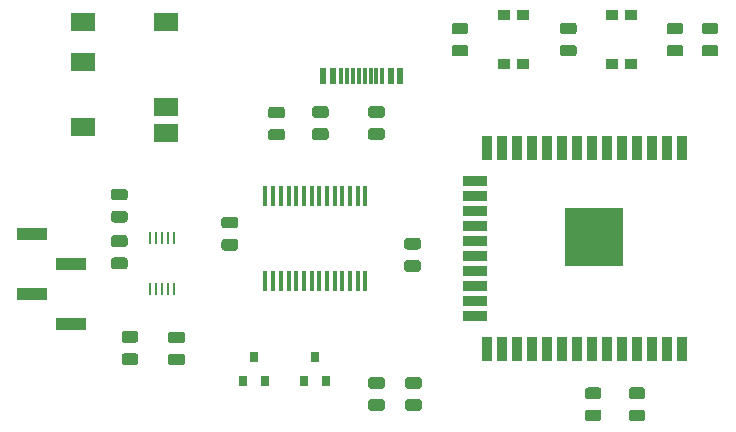
<source format=gbr>
G04 #@! TF.GenerationSoftware,KiCad,Pcbnew,(5.1.5)-3*
G04 #@! TF.CreationDate,2021-07-10T17:40:16+02:00*
G04 #@! TF.ProjectId,EnergyMonitor,456e6572-6779-44d6-9f6e-69746f722e6b,rev?*
G04 #@! TF.SameCoordinates,Original*
G04 #@! TF.FileFunction,Paste,Top*
G04 #@! TF.FilePolarity,Positive*
%FSLAX46Y46*%
G04 Gerber Fmt 4.6, Leading zero omitted, Abs format (unit mm)*
G04 Created by KiCad (PCBNEW (5.1.5)-3) date 2021-07-10 17:40:16*
%MOMM*%
%LPD*%
G04 APERTURE LIST*
%ADD10C,0.100000*%
%ADD11R,0.900000X2.000000*%
%ADD12R,2.000000X0.900000*%
%ADD13R,5.000000X5.000000*%
%ADD14R,1.000000X0.900000*%
%ADD15R,2.510000X1.000000*%
%ADD16R,0.600000X1.450000*%
%ADD17R,0.300000X1.450000*%
%ADD18R,0.450000X1.750000*%
%ADD19R,0.800000X0.900000*%
%ADD20R,2.000000X1.500000*%
%ADD21R,0.250000X1.100000*%
G04 APERTURE END LIST*
D10*
G36*
X166611382Y-73455374D02*
G01*
X166635043Y-73458884D01*
X166658247Y-73464696D01*
X166680769Y-73472754D01*
X166702393Y-73482982D01*
X166722910Y-73495279D01*
X166742123Y-73509529D01*
X166759847Y-73525593D01*
X166775911Y-73543317D01*
X166790161Y-73562530D01*
X166802458Y-73583047D01*
X166812686Y-73604671D01*
X166820744Y-73627193D01*
X166826556Y-73650397D01*
X166830066Y-73674058D01*
X166831240Y-73697950D01*
X166831240Y-74185450D01*
X166830066Y-74209342D01*
X166826556Y-74233003D01*
X166820744Y-74256207D01*
X166812686Y-74278729D01*
X166802458Y-74300353D01*
X166790161Y-74320870D01*
X166775911Y-74340083D01*
X166759847Y-74357807D01*
X166742123Y-74373871D01*
X166722910Y-74388121D01*
X166702393Y-74400418D01*
X166680769Y-74410646D01*
X166658247Y-74418704D01*
X166635043Y-74424516D01*
X166611382Y-74428026D01*
X166587490Y-74429200D01*
X165674990Y-74429200D01*
X165651098Y-74428026D01*
X165627437Y-74424516D01*
X165604233Y-74418704D01*
X165581711Y-74410646D01*
X165560087Y-74400418D01*
X165539570Y-74388121D01*
X165520357Y-74373871D01*
X165502633Y-74357807D01*
X165486569Y-74340083D01*
X165472319Y-74320870D01*
X165460022Y-74300353D01*
X165449794Y-74278729D01*
X165441736Y-74256207D01*
X165435924Y-74233003D01*
X165432414Y-74209342D01*
X165431240Y-74185450D01*
X165431240Y-73697950D01*
X165432414Y-73674058D01*
X165435924Y-73650397D01*
X165441736Y-73627193D01*
X165449794Y-73604671D01*
X165460022Y-73583047D01*
X165472319Y-73562530D01*
X165486569Y-73543317D01*
X165502633Y-73525593D01*
X165520357Y-73509529D01*
X165539570Y-73495279D01*
X165560087Y-73482982D01*
X165581711Y-73472754D01*
X165604233Y-73464696D01*
X165627437Y-73458884D01*
X165651098Y-73455374D01*
X165674990Y-73454200D01*
X166587490Y-73454200D01*
X166611382Y-73455374D01*
G37*
G36*
X166611382Y-75330374D02*
G01*
X166635043Y-75333884D01*
X166658247Y-75339696D01*
X166680769Y-75347754D01*
X166702393Y-75357982D01*
X166722910Y-75370279D01*
X166742123Y-75384529D01*
X166759847Y-75400593D01*
X166775911Y-75418317D01*
X166790161Y-75437530D01*
X166802458Y-75458047D01*
X166812686Y-75479671D01*
X166820744Y-75502193D01*
X166826556Y-75525397D01*
X166830066Y-75549058D01*
X166831240Y-75572950D01*
X166831240Y-76060450D01*
X166830066Y-76084342D01*
X166826556Y-76108003D01*
X166820744Y-76131207D01*
X166812686Y-76153729D01*
X166802458Y-76175353D01*
X166790161Y-76195870D01*
X166775911Y-76215083D01*
X166759847Y-76232807D01*
X166742123Y-76248871D01*
X166722910Y-76263121D01*
X166702393Y-76275418D01*
X166680769Y-76285646D01*
X166658247Y-76293704D01*
X166635043Y-76299516D01*
X166611382Y-76303026D01*
X166587490Y-76304200D01*
X165674990Y-76304200D01*
X165651098Y-76303026D01*
X165627437Y-76299516D01*
X165604233Y-76293704D01*
X165581711Y-76285646D01*
X165560087Y-76275418D01*
X165539570Y-76263121D01*
X165520357Y-76248871D01*
X165502633Y-76232807D01*
X165486569Y-76215083D01*
X165472319Y-76195870D01*
X165460022Y-76175353D01*
X165449794Y-76153729D01*
X165441736Y-76131207D01*
X165435924Y-76108003D01*
X165432414Y-76084342D01*
X165431240Y-76060450D01*
X165431240Y-75572950D01*
X165432414Y-75549058D01*
X165435924Y-75525397D01*
X165441736Y-75502193D01*
X165449794Y-75479671D01*
X165460022Y-75458047D01*
X165472319Y-75437530D01*
X165486569Y-75418317D01*
X165502633Y-75400593D01*
X165520357Y-75384529D01*
X165539570Y-75370279D01*
X165560087Y-75357982D01*
X165581711Y-75347754D01*
X165604233Y-75339696D01*
X165627437Y-75333884D01*
X165651098Y-75330374D01*
X165674990Y-75329200D01*
X166587490Y-75329200D01*
X166611382Y-75330374D01*
G37*
G36*
X162902982Y-73455374D02*
G01*
X162926643Y-73458884D01*
X162949847Y-73464696D01*
X162972369Y-73472754D01*
X162993993Y-73482982D01*
X163014510Y-73495279D01*
X163033723Y-73509529D01*
X163051447Y-73525593D01*
X163067511Y-73543317D01*
X163081761Y-73562530D01*
X163094058Y-73583047D01*
X163104286Y-73604671D01*
X163112344Y-73627193D01*
X163118156Y-73650397D01*
X163121666Y-73674058D01*
X163122840Y-73697950D01*
X163122840Y-74185450D01*
X163121666Y-74209342D01*
X163118156Y-74233003D01*
X163112344Y-74256207D01*
X163104286Y-74278729D01*
X163094058Y-74300353D01*
X163081761Y-74320870D01*
X163067511Y-74340083D01*
X163051447Y-74357807D01*
X163033723Y-74373871D01*
X163014510Y-74388121D01*
X162993993Y-74400418D01*
X162972369Y-74410646D01*
X162949847Y-74418704D01*
X162926643Y-74424516D01*
X162902982Y-74428026D01*
X162879090Y-74429200D01*
X161966590Y-74429200D01*
X161942698Y-74428026D01*
X161919037Y-74424516D01*
X161895833Y-74418704D01*
X161873311Y-74410646D01*
X161851687Y-74400418D01*
X161831170Y-74388121D01*
X161811957Y-74373871D01*
X161794233Y-74357807D01*
X161778169Y-74340083D01*
X161763919Y-74320870D01*
X161751622Y-74300353D01*
X161741394Y-74278729D01*
X161733336Y-74256207D01*
X161727524Y-74233003D01*
X161724014Y-74209342D01*
X161722840Y-74185450D01*
X161722840Y-73697950D01*
X161724014Y-73674058D01*
X161727524Y-73650397D01*
X161733336Y-73627193D01*
X161741394Y-73604671D01*
X161751622Y-73583047D01*
X161763919Y-73562530D01*
X161778169Y-73543317D01*
X161794233Y-73525593D01*
X161811957Y-73509529D01*
X161831170Y-73495279D01*
X161851687Y-73482982D01*
X161873311Y-73472754D01*
X161895833Y-73464696D01*
X161919037Y-73458884D01*
X161942698Y-73455374D01*
X161966590Y-73454200D01*
X162879090Y-73454200D01*
X162902982Y-73455374D01*
G37*
G36*
X162902982Y-75330374D02*
G01*
X162926643Y-75333884D01*
X162949847Y-75339696D01*
X162972369Y-75347754D01*
X162993993Y-75357982D01*
X163014510Y-75370279D01*
X163033723Y-75384529D01*
X163051447Y-75400593D01*
X163067511Y-75418317D01*
X163081761Y-75437530D01*
X163094058Y-75458047D01*
X163104286Y-75479671D01*
X163112344Y-75502193D01*
X163118156Y-75525397D01*
X163121666Y-75549058D01*
X163122840Y-75572950D01*
X163122840Y-76060450D01*
X163121666Y-76084342D01*
X163118156Y-76108003D01*
X163112344Y-76131207D01*
X163104286Y-76153729D01*
X163094058Y-76175353D01*
X163081761Y-76195870D01*
X163067511Y-76215083D01*
X163051447Y-76232807D01*
X163033723Y-76248871D01*
X163014510Y-76263121D01*
X162993993Y-76275418D01*
X162972369Y-76285646D01*
X162949847Y-76293704D01*
X162926643Y-76299516D01*
X162902982Y-76303026D01*
X162879090Y-76304200D01*
X161966590Y-76304200D01*
X161942698Y-76303026D01*
X161919037Y-76299516D01*
X161895833Y-76293704D01*
X161873311Y-76285646D01*
X161851687Y-76275418D01*
X161831170Y-76263121D01*
X161811957Y-76248871D01*
X161794233Y-76232807D01*
X161778169Y-76215083D01*
X161763919Y-76195870D01*
X161751622Y-76175353D01*
X161741394Y-76153729D01*
X161733336Y-76131207D01*
X161727524Y-76108003D01*
X161724014Y-76084342D01*
X161722840Y-76060450D01*
X161722840Y-75572950D01*
X161724014Y-75549058D01*
X161727524Y-75525397D01*
X161733336Y-75502193D01*
X161741394Y-75479671D01*
X161751622Y-75458047D01*
X161763919Y-75437530D01*
X161778169Y-75418317D01*
X161794233Y-75400593D01*
X161811957Y-75384529D01*
X161831170Y-75370279D01*
X161851687Y-75357982D01*
X161873311Y-75347754D01*
X161895833Y-75339696D01*
X161919037Y-75333884D01*
X161942698Y-75330374D01*
X161966590Y-75329200D01*
X162879090Y-75329200D01*
X162902982Y-75330374D01*
G37*
D11*
X169961560Y-70222000D03*
X168691560Y-70222000D03*
X167421560Y-70222000D03*
X166151560Y-70222000D03*
X164881560Y-70222000D03*
X163611560Y-70222000D03*
X162341560Y-70222000D03*
X161071560Y-70222000D03*
X159801560Y-70222000D03*
X158531560Y-70222000D03*
X157261560Y-70222000D03*
X155991560Y-70222000D03*
X154721560Y-70222000D03*
X153451560Y-70222000D03*
D12*
X152451560Y-67437000D03*
X152451560Y-66167000D03*
X152451560Y-64897000D03*
X152451560Y-63627000D03*
X152451560Y-62357000D03*
X152451560Y-61087000D03*
X152451560Y-59817000D03*
X152451560Y-58547000D03*
X152451560Y-57277000D03*
X152451560Y-56007000D03*
D11*
X153451560Y-53222000D03*
X154721560Y-53222000D03*
X155991560Y-53222000D03*
X157261560Y-53222000D03*
X158531560Y-53222000D03*
X159801560Y-53222000D03*
X161071560Y-53222000D03*
X162341560Y-53222000D03*
X163611560Y-53222000D03*
X164881560Y-53222000D03*
X166151560Y-53222000D03*
X167421560Y-53222000D03*
X168691560Y-53222000D03*
X169961560Y-53222000D03*
D13*
X162461560Y-60722000D03*
D14*
X165630760Y-41950000D03*
X164030760Y-41950000D03*
X165630760Y-46050000D03*
X164030760Y-46050000D03*
X156466440Y-41950000D03*
X154866440Y-41950000D03*
X156466440Y-46050000D03*
X154866440Y-46050000D03*
D15*
X118246080Y-68102480D03*
X118246080Y-63022480D03*
X114936080Y-65562480D03*
X114936080Y-60482480D03*
D16*
X139569120Y-47045000D03*
X140369120Y-47045000D03*
X145269120Y-47045000D03*
X146069120Y-47045000D03*
X146069120Y-47045000D03*
X145269120Y-47045000D03*
X140369120Y-47045000D03*
X139569120Y-47045000D03*
D17*
X144569120Y-47045000D03*
X144069120Y-47045000D03*
X143569120Y-47045000D03*
X142569120Y-47045000D03*
X142069120Y-47045000D03*
X141569120Y-47045000D03*
X141069120Y-47045000D03*
X143069120Y-47045000D03*
D18*
X134672360Y-57278720D03*
X135322360Y-57278720D03*
X135972360Y-57278720D03*
X136622360Y-57278720D03*
X137272360Y-57278720D03*
X137922360Y-57278720D03*
X138572360Y-57278720D03*
X139222360Y-57278720D03*
X139872360Y-57278720D03*
X140522360Y-57278720D03*
X141172360Y-57278720D03*
X141822360Y-57278720D03*
X142472360Y-57278720D03*
X143122360Y-57278720D03*
X143122360Y-64478720D03*
X142472360Y-64478720D03*
X141822360Y-64478720D03*
X141172360Y-64478720D03*
X140522360Y-64478720D03*
X139872360Y-64478720D03*
X139222360Y-64478720D03*
X138572360Y-64478720D03*
X137922360Y-64478720D03*
X137272360Y-64478720D03*
X136622360Y-64478720D03*
X135972360Y-64478720D03*
X135322360Y-64478720D03*
X134672360Y-64478720D03*
D10*
G36*
X147683302Y-74451534D02*
G01*
X147706963Y-74455044D01*
X147730167Y-74460856D01*
X147752689Y-74468914D01*
X147774313Y-74479142D01*
X147794830Y-74491439D01*
X147814043Y-74505689D01*
X147831767Y-74521753D01*
X147847831Y-74539477D01*
X147862081Y-74558690D01*
X147874378Y-74579207D01*
X147884606Y-74600831D01*
X147892664Y-74623353D01*
X147898476Y-74646557D01*
X147901986Y-74670218D01*
X147903160Y-74694110D01*
X147903160Y-75181610D01*
X147901986Y-75205502D01*
X147898476Y-75229163D01*
X147892664Y-75252367D01*
X147884606Y-75274889D01*
X147874378Y-75296513D01*
X147862081Y-75317030D01*
X147847831Y-75336243D01*
X147831767Y-75353967D01*
X147814043Y-75370031D01*
X147794830Y-75384281D01*
X147774313Y-75396578D01*
X147752689Y-75406806D01*
X147730167Y-75414864D01*
X147706963Y-75420676D01*
X147683302Y-75424186D01*
X147659410Y-75425360D01*
X146746910Y-75425360D01*
X146723018Y-75424186D01*
X146699357Y-75420676D01*
X146676153Y-75414864D01*
X146653631Y-75406806D01*
X146632007Y-75396578D01*
X146611490Y-75384281D01*
X146592277Y-75370031D01*
X146574553Y-75353967D01*
X146558489Y-75336243D01*
X146544239Y-75317030D01*
X146531942Y-75296513D01*
X146521714Y-75274889D01*
X146513656Y-75252367D01*
X146507844Y-75229163D01*
X146504334Y-75205502D01*
X146503160Y-75181610D01*
X146503160Y-74694110D01*
X146504334Y-74670218D01*
X146507844Y-74646557D01*
X146513656Y-74623353D01*
X146521714Y-74600831D01*
X146531942Y-74579207D01*
X146544239Y-74558690D01*
X146558489Y-74539477D01*
X146574553Y-74521753D01*
X146592277Y-74505689D01*
X146611490Y-74491439D01*
X146632007Y-74479142D01*
X146653631Y-74468914D01*
X146676153Y-74460856D01*
X146699357Y-74455044D01*
X146723018Y-74451534D01*
X146746910Y-74450360D01*
X147659410Y-74450360D01*
X147683302Y-74451534D01*
G37*
G36*
X147683302Y-72576534D02*
G01*
X147706963Y-72580044D01*
X147730167Y-72585856D01*
X147752689Y-72593914D01*
X147774313Y-72604142D01*
X147794830Y-72616439D01*
X147814043Y-72630689D01*
X147831767Y-72646753D01*
X147847831Y-72664477D01*
X147862081Y-72683690D01*
X147874378Y-72704207D01*
X147884606Y-72725831D01*
X147892664Y-72748353D01*
X147898476Y-72771557D01*
X147901986Y-72795218D01*
X147903160Y-72819110D01*
X147903160Y-73306610D01*
X147901986Y-73330502D01*
X147898476Y-73354163D01*
X147892664Y-73377367D01*
X147884606Y-73399889D01*
X147874378Y-73421513D01*
X147862081Y-73442030D01*
X147847831Y-73461243D01*
X147831767Y-73478967D01*
X147814043Y-73495031D01*
X147794830Y-73509281D01*
X147774313Y-73521578D01*
X147752689Y-73531806D01*
X147730167Y-73539864D01*
X147706963Y-73545676D01*
X147683302Y-73549186D01*
X147659410Y-73550360D01*
X146746910Y-73550360D01*
X146723018Y-73549186D01*
X146699357Y-73545676D01*
X146676153Y-73539864D01*
X146653631Y-73531806D01*
X146632007Y-73521578D01*
X146611490Y-73509281D01*
X146592277Y-73495031D01*
X146574553Y-73478967D01*
X146558489Y-73461243D01*
X146544239Y-73442030D01*
X146531942Y-73421513D01*
X146521714Y-73399889D01*
X146513656Y-73377367D01*
X146507844Y-73354163D01*
X146504334Y-73330502D01*
X146503160Y-73306610D01*
X146503160Y-72819110D01*
X146504334Y-72795218D01*
X146507844Y-72771557D01*
X146513656Y-72748353D01*
X146521714Y-72725831D01*
X146531942Y-72704207D01*
X146544239Y-72683690D01*
X146558489Y-72664477D01*
X146574553Y-72646753D01*
X146592277Y-72630689D01*
X146611490Y-72616439D01*
X146632007Y-72604142D01*
X146653631Y-72593914D01*
X146676153Y-72585856D01*
X146699357Y-72580044D01*
X146723018Y-72576534D01*
X146746910Y-72575360D01*
X147659410Y-72575360D01*
X147683302Y-72576534D01*
G37*
G36*
X144548942Y-74451534D02*
G01*
X144572603Y-74455044D01*
X144595807Y-74460856D01*
X144618329Y-74468914D01*
X144639953Y-74479142D01*
X144660470Y-74491439D01*
X144679683Y-74505689D01*
X144697407Y-74521753D01*
X144713471Y-74539477D01*
X144727721Y-74558690D01*
X144740018Y-74579207D01*
X144750246Y-74600831D01*
X144758304Y-74623353D01*
X144764116Y-74646557D01*
X144767626Y-74670218D01*
X144768800Y-74694110D01*
X144768800Y-75181610D01*
X144767626Y-75205502D01*
X144764116Y-75229163D01*
X144758304Y-75252367D01*
X144750246Y-75274889D01*
X144740018Y-75296513D01*
X144727721Y-75317030D01*
X144713471Y-75336243D01*
X144697407Y-75353967D01*
X144679683Y-75370031D01*
X144660470Y-75384281D01*
X144639953Y-75396578D01*
X144618329Y-75406806D01*
X144595807Y-75414864D01*
X144572603Y-75420676D01*
X144548942Y-75424186D01*
X144525050Y-75425360D01*
X143612550Y-75425360D01*
X143588658Y-75424186D01*
X143564997Y-75420676D01*
X143541793Y-75414864D01*
X143519271Y-75406806D01*
X143497647Y-75396578D01*
X143477130Y-75384281D01*
X143457917Y-75370031D01*
X143440193Y-75353967D01*
X143424129Y-75336243D01*
X143409879Y-75317030D01*
X143397582Y-75296513D01*
X143387354Y-75274889D01*
X143379296Y-75252367D01*
X143373484Y-75229163D01*
X143369974Y-75205502D01*
X143368800Y-75181610D01*
X143368800Y-74694110D01*
X143369974Y-74670218D01*
X143373484Y-74646557D01*
X143379296Y-74623353D01*
X143387354Y-74600831D01*
X143397582Y-74579207D01*
X143409879Y-74558690D01*
X143424129Y-74539477D01*
X143440193Y-74521753D01*
X143457917Y-74505689D01*
X143477130Y-74491439D01*
X143497647Y-74479142D01*
X143519271Y-74468914D01*
X143541793Y-74460856D01*
X143564997Y-74455044D01*
X143588658Y-74451534D01*
X143612550Y-74450360D01*
X144525050Y-74450360D01*
X144548942Y-74451534D01*
G37*
G36*
X144548942Y-72576534D02*
G01*
X144572603Y-72580044D01*
X144595807Y-72585856D01*
X144618329Y-72593914D01*
X144639953Y-72604142D01*
X144660470Y-72616439D01*
X144679683Y-72630689D01*
X144697407Y-72646753D01*
X144713471Y-72664477D01*
X144727721Y-72683690D01*
X144740018Y-72704207D01*
X144750246Y-72725831D01*
X144758304Y-72748353D01*
X144764116Y-72771557D01*
X144767626Y-72795218D01*
X144768800Y-72819110D01*
X144768800Y-73306610D01*
X144767626Y-73330502D01*
X144764116Y-73354163D01*
X144758304Y-73377367D01*
X144750246Y-73399889D01*
X144740018Y-73421513D01*
X144727721Y-73442030D01*
X144713471Y-73461243D01*
X144697407Y-73478967D01*
X144679683Y-73495031D01*
X144660470Y-73509281D01*
X144639953Y-73521578D01*
X144618329Y-73531806D01*
X144595807Y-73539864D01*
X144572603Y-73545676D01*
X144548942Y-73549186D01*
X144525050Y-73550360D01*
X143612550Y-73550360D01*
X143588658Y-73549186D01*
X143564997Y-73545676D01*
X143541793Y-73539864D01*
X143519271Y-73531806D01*
X143497647Y-73521578D01*
X143477130Y-73509281D01*
X143457917Y-73495031D01*
X143440193Y-73478967D01*
X143424129Y-73461243D01*
X143409879Y-73442030D01*
X143397582Y-73421513D01*
X143387354Y-73399889D01*
X143379296Y-73377367D01*
X143373484Y-73354163D01*
X143369974Y-73330502D01*
X143368800Y-73306610D01*
X143368800Y-72819110D01*
X143369974Y-72795218D01*
X143373484Y-72771557D01*
X143379296Y-72748353D01*
X143387354Y-72725831D01*
X143397582Y-72704207D01*
X143409879Y-72683690D01*
X143424129Y-72664477D01*
X143440193Y-72646753D01*
X143457917Y-72630689D01*
X143477130Y-72616439D01*
X143497647Y-72604142D01*
X143519271Y-72593914D01*
X143541793Y-72585856D01*
X143564997Y-72580044D01*
X143588658Y-72576534D01*
X143612550Y-72575360D01*
X144525050Y-72575360D01*
X144548942Y-72576534D01*
G37*
G36*
X151615222Y-42576174D02*
G01*
X151638883Y-42579684D01*
X151662087Y-42585496D01*
X151684609Y-42593554D01*
X151706233Y-42603782D01*
X151726750Y-42616079D01*
X151745963Y-42630329D01*
X151763687Y-42646393D01*
X151779751Y-42664117D01*
X151794001Y-42683330D01*
X151806298Y-42703847D01*
X151816526Y-42725471D01*
X151824584Y-42747993D01*
X151830396Y-42771197D01*
X151833906Y-42794858D01*
X151835080Y-42818750D01*
X151835080Y-43306250D01*
X151833906Y-43330142D01*
X151830396Y-43353803D01*
X151824584Y-43377007D01*
X151816526Y-43399529D01*
X151806298Y-43421153D01*
X151794001Y-43441670D01*
X151779751Y-43460883D01*
X151763687Y-43478607D01*
X151745963Y-43494671D01*
X151726750Y-43508921D01*
X151706233Y-43521218D01*
X151684609Y-43531446D01*
X151662087Y-43539504D01*
X151638883Y-43545316D01*
X151615222Y-43548826D01*
X151591330Y-43550000D01*
X150678830Y-43550000D01*
X150654938Y-43548826D01*
X150631277Y-43545316D01*
X150608073Y-43539504D01*
X150585551Y-43531446D01*
X150563927Y-43521218D01*
X150543410Y-43508921D01*
X150524197Y-43494671D01*
X150506473Y-43478607D01*
X150490409Y-43460883D01*
X150476159Y-43441670D01*
X150463862Y-43421153D01*
X150453634Y-43399529D01*
X150445576Y-43377007D01*
X150439764Y-43353803D01*
X150436254Y-43330142D01*
X150435080Y-43306250D01*
X150435080Y-42818750D01*
X150436254Y-42794858D01*
X150439764Y-42771197D01*
X150445576Y-42747993D01*
X150453634Y-42725471D01*
X150463862Y-42703847D01*
X150476159Y-42683330D01*
X150490409Y-42664117D01*
X150506473Y-42646393D01*
X150524197Y-42630329D01*
X150543410Y-42616079D01*
X150563927Y-42603782D01*
X150585551Y-42593554D01*
X150608073Y-42585496D01*
X150631277Y-42579684D01*
X150654938Y-42576174D01*
X150678830Y-42575000D01*
X151591330Y-42575000D01*
X151615222Y-42576174D01*
G37*
G36*
X151615222Y-44451174D02*
G01*
X151638883Y-44454684D01*
X151662087Y-44460496D01*
X151684609Y-44468554D01*
X151706233Y-44478782D01*
X151726750Y-44491079D01*
X151745963Y-44505329D01*
X151763687Y-44521393D01*
X151779751Y-44539117D01*
X151794001Y-44558330D01*
X151806298Y-44578847D01*
X151816526Y-44600471D01*
X151824584Y-44622993D01*
X151830396Y-44646197D01*
X151833906Y-44669858D01*
X151835080Y-44693750D01*
X151835080Y-45181250D01*
X151833906Y-45205142D01*
X151830396Y-45228803D01*
X151824584Y-45252007D01*
X151816526Y-45274529D01*
X151806298Y-45296153D01*
X151794001Y-45316670D01*
X151779751Y-45335883D01*
X151763687Y-45353607D01*
X151745963Y-45369671D01*
X151726750Y-45383921D01*
X151706233Y-45396218D01*
X151684609Y-45406446D01*
X151662087Y-45414504D01*
X151638883Y-45420316D01*
X151615222Y-45423826D01*
X151591330Y-45425000D01*
X150678830Y-45425000D01*
X150654938Y-45423826D01*
X150631277Y-45420316D01*
X150608073Y-45414504D01*
X150585551Y-45406446D01*
X150563927Y-45396218D01*
X150543410Y-45383921D01*
X150524197Y-45369671D01*
X150506473Y-45353607D01*
X150490409Y-45335883D01*
X150476159Y-45316670D01*
X150463862Y-45296153D01*
X150453634Y-45274529D01*
X150445576Y-45252007D01*
X150439764Y-45228803D01*
X150436254Y-45205142D01*
X150435080Y-45181250D01*
X150435080Y-44693750D01*
X150436254Y-44669858D01*
X150439764Y-44646197D01*
X150445576Y-44622993D01*
X150453634Y-44600471D01*
X150463862Y-44578847D01*
X150476159Y-44558330D01*
X150490409Y-44539117D01*
X150506473Y-44521393D01*
X150524197Y-44505329D01*
X150543410Y-44491079D01*
X150563927Y-44478782D01*
X150585551Y-44468554D01*
X150608073Y-44460496D01*
X150631277Y-44454684D01*
X150654938Y-44451174D01*
X150678830Y-44450000D01*
X151591330Y-44450000D01*
X151615222Y-44451174D01*
G37*
G36*
X160794782Y-42576174D02*
G01*
X160818443Y-42579684D01*
X160841647Y-42585496D01*
X160864169Y-42593554D01*
X160885793Y-42603782D01*
X160906310Y-42616079D01*
X160925523Y-42630329D01*
X160943247Y-42646393D01*
X160959311Y-42664117D01*
X160973561Y-42683330D01*
X160985858Y-42703847D01*
X160996086Y-42725471D01*
X161004144Y-42747993D01*
X161009956Y-42771197D01*
X161013466Y-42794858D01*
X161014640Y-42818750D01*
X161014640Y-43306250D01*
X161013466Y-43330142D01*
X161009956Y-43353803D01*
X161004144Y-43377007D01*
X160996086Y-43399529D01*
X160985858Y-43421153D01*
X160973561Y-43441670D01*
X160959311Y-43460883D01*
X160943247Y-43478607D01*
X160925523Y-43494671D01*
X160906310Y-43508921D01*
X160885793Y-43521218D01*
X160864169Y-43531446D01*
X160841647Y-43539504D01*
X160818443Y-43545316D01*
X160794782Y-43548826D01*
X160770890Y-43550000D01*
X159858390Y-43550000D01*
X159834498Y-43548826D01*
X159810837Y-43545316D01*
X159787633Y-43539504D01*
X159765111Y-43531446D01*
X159743487Y-43521218D01*
X159722970Y-43508921D01*
X159703757Y-43494671D01*
X159686033Y-43478607D01*
X159669969Y-43460883D01*
X159655719Y-43441670D01*
X159643422Y-43421153D01*
X159633194Y-43399529D01*
X159625136Y-43377007D01*
X159619324Y-43353803D01*
X159615814Y-43330142D01*
X159614640Y-43306250D01*
X159614640Y-42818750D01*
X159615814Y-42794858D01*
X159619324Y-42771197D01*
X159625136Y-42747993D01*
X159633194Y-42725471D01*
X159643422Y-42703847D01*
X159655719Y-42683330D01*
X159669969Y-42664117D01*
X159686033Y-42646393D01*
X159703757Y-42630329D01*
X159722970Y-42616079D01*
X159743487Y-42603782D01*
X159765111Y-42593554D01*
X159787633Y-42585496D01*
X159810837Y-42579684D01*
X159834498Y-42576174D01*
X159858390Y-42575000D01*
X160770890Y-42575000D01*
X160794782Y-42576174D01*
G37*
G36*
X160794782Y-44451174D02*
G01*
X160818443Y-44454684D01*
X160841647Y-44460496D01*
X160864169Y-44468554D01*
X160885793Y-44478782D01*
X160906310Y-44491079D01*
X160925523Y-44505329D01*
X160943247Y-44521393D01*
X160959311Y-44539117D01*
X160973561Y-44558330D01*
X160985858Y-44578847D01*
X160996086Y-44600471D01*
X161004144Y-44622993D01*
X161009956Y-44646197D01*
X161013466Y-44669858D01*
X161014640Y-44693750D01*
X161014640Y-45181250D01*
X161013466Y-45205142D01*
X161009956Y-45228803D01*
X161004144Y-45252007D01*
X160996086Y-45274529D01*
X160985858Y-45296153D01*
X160973561Y-45316670D01*
X160959311Y-45335883D01*
X160943247Y-45353607D01*
X160925523Y-45369671D01*
X160906310Y-45383921D01*
X160885793Y-45396218D01*
X160864169Y-45406446D01*
X160841647Y-45414504D01*
X160818443Y-45420316D01*
X160794782Y-45423826D01*
X160770890Y-45425000D01*
X159858390Y-45425000D01*
X159834498Y-45423826D01*
X159810837Y-45420316D01*
X159787633Y-45414504D01*
X159765111Y-45406446D01*
X159743487Y-45396218D01*
X159722970Y-45383921D01*
X159703757Y-45369671D01*
X159686033Y-45353607D01*
X159669969Y-45335883D01*
X159655719Y-45316670D01*
X159643422Y-45296153D01*
X159633194Y-45274529D01*
X159625136Y-45252007D01*
X159619324Y-45228803D01*
X159615814Y-45205142D01*
X159614640Y-45181250D01*
X159614640Y-44693750D01*
X159615814Y-44669858D01*
X159619324Y-44646197D01*
X159625136Y-44622993D01*
X159633194Y-44600471D01*
X159643422Y-44578847D01*
X159655719Y-44558330D01*
X159669969Y-44539117D01*
X159686033Y-44521393D01*
X159703757Y-44505329D01*
X159722970Y-44491079D01*
X159743487Y-44478782D01*
X159765111Y-44468554D01*
X159787633Y-44460496D01*
X159810837Y-44454684D01*
X159834498Y-44451174D01*
X159858390Y-44450000D01*
X160770890Y-44450000D01*
X160794782Y-44451174D01*
G37*
G36*
X144543862Y-51515334D02*
G01*
X144567523Y-51518844D01*
X144590727Y-51524656D01*
X144613249Y-51532714D01*
X144634873Y-51542942D01*
X144655390Y-51555239D01*
X144674603Y-51569489D01*
X144692327Y-51585553D01*
X144708391Y-51603277D01*
X144722641Y-51622490D01*
X144734938Y-51643007D01*
X144745166Y-51664631D01*
X144753224Y-51687153D01*
X144759036Y-51710357D01*
X144762546Y-51734018D01*
X144763720Y-51757910D01*
X144763720Y-52245410D01*
X144762546Y-52269302D01*
X144759036Y-52292963D01*
X144753224Y-52316167D01*
X144745166Y-52338689D01*
X144734938Y-52360313D01*
X144722641Y-52380830D01*
X144708391Y-52400043D01*
X144692327Y-52417767D01*
X144674603Y-52433831D01*
X144655390Y-52448081D01*
X144634873Y-52460378D01*
X144613249Y-52470606D01*
X144590727Y-52478664D01*
X144567523Y-52484476D01*
X144543862Y-52487986D01*
X144519970Y-52489160D01*
X143607470Y-52489160D01*
X143583578Y-52487986D01*
X143559917Y-52484476D01*
X143536713Y-52478664D01*
X143514191Y-52470606D01*
X143492567Y-52460378D01*
X143472050Y-52448081D01*
X143452837Y-52433831D01*
X143435113Y-52417767D01*
X143419049Y-52400043D01*
X143404799Y-52380830D01*
X143392502Y-52360313D01*
X143382274Y-52338689D01*
X143374216Y-52316167D01*
X143368404Y-52292963D01*
X143364894Y-52269302D01*
X143363720Y-52245410D01*
X143363720Y-51757910D01*
X143364894Y-51734018D01*
X143368404Y-51710357D01*
X143374216Y-51687153D01*
X143382274Y-51664631D01*
X143392502Y-51643007D01*
X143404799Y-51622490D01*
X143419049Y-51603277D01*
X143435113Y-51585553D01*
X143452837Y-51569489D01*
X143472050Y-51555239D01*
X143492567Y-51542942D01*
X143514191Y-51532714D01*
X143536713Y-51524656D01*
X143559917Y-51518844D01*
X143583578Y-51515334D01*
X143607470Y-51514160D01*
X144519970Y-51514160D01*
X144543862Y-51515334D01*
G37*
G36*
X144543862Y-49640334D02*
G01*
X144567523Y-49643844D01*
X144590727Y-49649656D01*
X144613249Y-49657714D01*
X144634873Y-49667942D01*
X144655390Y-49680239D01*
X144674603Y-49694489D01*
X144692327Y-49710553D01*
X144708391Y-49728277D01*
X144722641Y-49747490D01*
X144734938Y-49768007D01*
X144745166Y-49789631D01*
X144753224Y-49812153D01*
X144759036Y-49835357D01*
X144762546Y-49859018D01*
X144763720Y-49882910D01*
X144763720Y-50370410D01*
X144762546Y-50394302D01*
X144759036Y-50417963D01*
X144753224Y-50441167D01*
X144745166Y-50463689D01*
X144734938Y-50485313D01*
X144722641Y-50505830D01*
X144708391Y-50525043D01*
X144692327Y-50542767D01*
X144674603Y-50558831D01*
X144655390Y-50573081D01*
X144634873Y-50585378D01*
X144613249Y-50595606D01*
X144590727Y-50603664D01*
X144567523Y-50609476D01*
X144543862Y-50612986D01*
X144519970Y-50614160D01*
X143607470Y-50614160D01*
X143583578Y-50612986D01*
X143559917Y-50609476D01*
X143536713Y-50603664D01*
X143514191Y-50595606D01*
X143492567Y-50585378D01*
X143472050Y-50573081D01*
X143452837Y-50558831D01*
X143435113Y-50542767D01*
X143419049Y-50525043D01*
X143404799Y-50505830D01*
X143392502Y-50485313D01*
X143382274Y-50463689D01*
X143374216Y-50441167D01*
X143368404Y-50417963D01*
X143364894Y-50394302D01*
X143363720Y-50370410D01*
X143363720Y-49882910D01*
X143364894Y-49859018D01*
X143368404Y-49835357D01*
X143374216Y-49812153D01*
X143382274Y-49789631D01*
X143392502Y-49768007D01*
X143404799Y-49747490D01*
X143419049Y-49728277D01*
X143435113Y-49710553D01*
X143452837Y-49694489D01*
X143472050Y-49680239D01*
X143492567Y-49667942D01*
X143514191Y-49657714D01*
X143536713Y-49649656D01*
X143559917Y-49643844D01*
X143583578Y-49640334D01*
X143607470Y-49639160D01*
X144519970Y-49639160D01*
X144543862Y-49640334D01*
G37*
G36*
X139794062Y-51517214D02*
G01*
X139817723Y-51520724D01*
X139840927Y-51526536D01*
X139863449Y-51534594D01*
X139885073Y-51544822D01*
X139905590Y-51557119D01*
X139924803Y-51571369D01*
X139942527Y-51587433D01*
X139958591Y-51605157D01*
X139972841Y-51624370D01*
X139985138Y-51644887D01*
X139995366Y-51666511D01*
X140003424Y-51689033D01*
X140009236Y-51712237D01*
X140012746Y-51735898D01*
X140013920Y-51759790D01*
X140013920Y-52247290D01*
X140012746Y-52271182D01*
X140009236Y-52294843D01*
X140003424Y-52318047D01*
X139995366Y-52340569D01*
X139985138Y-52362193D01*
X139972841Y-52382710D01*
X139958591Y-52401923D01*
X139942527Y-52419647D01*
X139924803Y-52435711D01*
X139905590Y-52449961D01*
X139885073Y-52462258D01*
X139863449Y-52472486D01*
X139840927Y-52480544D01*
X139817723Y-52486356D01*
X139794062Y-52489866D01*
X139770170Y-52491040D01*
X138857670Y-52491040D01*
X138833778Y-52489866D01*
X138810117Y-52486356D01*
X138786913Y-52480544D01*
X138764391Y-52472486D01*
X138742767Y-52462258D01*
X138722250Y-52449961D01*
X138703037Y-52435711D01*
X138685313Y-52419647D01*
X138669249Y-52401923D01*
X138654999Y-52382710D01*
X138642702Y-52362193D01*
X138632474Y-52340569D01*
X138624416Y-52318047D01*
X138618604Y-52294843D01*
X138615094Y-52271182D01*
X138613920Y-52247290D01*
X138613920Y-51759790D01*
X138615094Y-51735898D01*
X138618604Y-51712237D01*
X138624416Y-51689033D01*
X138632474Y-51666511D01*
X138642702Y-51644887D01*
X138654999Y-51624370D01*
X138669249Y-51605157D01*
X138685313Y-51587433D01*
X138703037Y-51571369D01*
X138722250Y-51557119D01*
X138742767Y-51544822D01*
X138764391Y-51534594D01*
X138786913Y-51526536D01*
X138810117Y-51520724D01*
X138833778Y-51517214D01*
X138857670Y-51516040D01*
X139770170Y-51516040D01*
X139794062Y-51517214D01*
G37*
G36*
X139794062Y-49642214D02*
G01*
X139817723Y-49645724D01*
X139840927Y-49651536D01*
X139863449Y-49659594D01*
X139885073Y-49669822D01*
X139905590Y-49682119D01*
X139924803Y-49696369D01*
X139942527Y-49712433D01*
X139958591Y-49730157D01*
X139972841Y-49749370D01*
X139985138Y-49769887D01*
X139995366Y-49791511D01*
X140003424Y-49814033D01*
X140009236Y-49837237D01*
X140012746Y-49860898D01*
X140013920Y-49884790D01*
X140013920Y-50372290D01*
X140012746Y-50396182D01*
X140009236Y-50419843D01*
X140003424Y-50443047D01*
X139995366Y-50465569D01*
X139985138Y-50487193D01*
X139972841Y-50507710D01*
X139958591Y-50526923D01*
X139942527Y-50544647D01*
X139924803Y-50560711D01*
X139905590Y-50574961D01*
X139885073Y-50587258D01*
X139863449Y-50597486D01*
X139840927Y-50605544D01*
X139817723Y-50611356D01*
X139794062Y-50614866D01*
X139770170Y-50616040D01*
X138857670Y-50616040D01*
X138833778Y-50614866D01*
X138810117Y-50611356D01*
X138786913Y-50605544D01*
X138764391Y-50597486D01*
X138742767Y-50587258D01*
X138722250Y-50574961D01*
X138703037Y-50560711D01*
X138685313Y-50544647D01*
X138669249Y-50526923D01*
X138654999Y-50507710D01*
X138642702Y-50487193D01*
X138632474Y-50465569D01*
X138624416Y-50443047D01*
X138618604Y-50419843D01*
X138615094Y-50396182D01*
X138613920Y-50372290D01*
X138613920Y-49884790D01*
X138615094Y-49860898D01*
X138618604Y-49837237D01*
X138624416Y-49814033D01*
X138632474Y-49791511D01*
X138642702Y-49769887D01*
X138654999Y-49749370D01*
X138669249Y-49730157D01*
X138685313Y-49712433D01*
X138703037Y-49696369D01*
X138722250Y-49682119D01*
X138742767Y-49669822D01*
X138764391Y-49659594D01*
X138786913Y-49651536D01*
X138810117Y-49645724D01*
X138833778Y-49642214D01*
X138857670Y-49641040D01*
X139770170Y-49641040D01*
X139794062Y-49642214D01*
G37*
D19*
X138846560Y-70892160D03*
X139796560Y-72892160D03*
X137896560Y-72892160D03*
X133710680Y-70892160D03*
X134660680Y-72892160D03*
X132760680Y-72892160D03*
D10*
G36*
X136090742Y-49696214D02*
G01*
X136114403Y-49699724D01*
X136137607Y-49705536D01*
X136160129Y-49713594D01*
X136181753Y-49723822D01*
X136202270Y-49736119D01*
X136221483Y-49750369D01*
X136239207Y-49766433D01*
X136255271Y-49784157D01*
X136269521Y-49803370D01*
X136281818Y-49823887D01*
X136292046Y-49845511D01*
X136300104Y-49868033D01*
X136305916Y-49891237D01*
X136309426Y-49914898D01*
X136310600Y-49938790D01*
X136310600Y-50426290D01*
X136309426Y-50450182D01*
X136305916Y-50473843D01*
X136300104Y-50497047D01*
X136292046Y-50519569D01*
X136281818Y-50541193D01*
X136269521Y-50561710D01*
X136255271Y-50580923D01*
X136239207Y-50598647D01*
X136221483Y-50614711D01*
X136202270Y-50628961D01*
X136181753Y-50641258D01*
X136160129Y-50651486D01*
X136137607Y-50659544D01*
X136114403Y-50665356D01*
X136090742Y-50668866D01*
X136066850Y-50670040D01*
X135154350Y-50670040D01*
X135130458Y-50668866D01*
X135106797Y-50665356D01*
X135083593Y-50659544D01*
X135061071Y-50651486D01*
X135039447Y-50641258D01*
X135018930Y-50628961D01*
X134999717Y-50614711D01*
X134981993Y-50598647D01*
X134965929Y-50580923D01*
X134951679Y-50561710D01*
X134939382Y-50541193D01*
X134929154Y-50519569D01*
X134921096Y-50497047D01*
X134915284Y-50473843D01*
X134911774Y-50450182D01*
X134910600Y-50426290D01*
X134910600Y-49938790D01*
X134911774Y-49914898D01*
X134915284Y-49891237D01*
X134921096Y-49868033D01*
X134929154Y-49845511D01*
X134939382Y-49823887D01*
X134951679Y-49803370D01*
X134965929Y-49784157D01*
X134981993Y-49766433D01*
X134999717Y-49750369D01*
X135018930Y-49736119D01*
X135039447Y-49723822D01*
X135061071Y-49713594D01*
X135083593Y-49705536D01*
X135106797Y-49699724D01*
X135130458Y-49696214D01*
X135154350Y-49695040D01*
X136066850Y-49695040D01*
X136090742Y-49696214D01*
G37*
G36*
X136090742Y-51571214D02*
G01*
X136114403Y-51574724D01*
X136137607Y-51580536D01*
X136160129Y-51588594D01*
X136181753Y-51598822D01*
X136202270Y-51611119D01*
X136221483Y-51625369D01*
X136239207Y-51641433D01*
X136255271Y-51659157D01*
X136269521Y-51678370D01*
X136281818Y-51698887D01*
X136292046Y-51720511D01*
X136300104Y-51743033D01*
X136305916Y-51766237D01*
X136309426Y-51789898D01*
X136310600Y-51813790D01*
X136310600Y-52301290D01*
X136309426Y-52325182D01*
X136305916Y-52348843D01*
X136300104Y-52372047D01*
X136292046Y-52394569D01*
X136281818Y-52416193D01*
X136269521Y-52436710D01*
X136255271Y-52455923D01*
X136239207Y-52473647D01*
X136221483Y-52489711D01*
X136202270Y-52503961D01*
X136181753Y-52516258D01*
X136160129Y-52526486D01*
X136137607Y-52534544D01*
X136114403Y-52540356D01*
X136090742Y-52543866D01*
X136066850Y-52545040D01*
X135154350Y-52545040D01*
X135130458Y-52543866D01*
X135106797Y-52540356D01*
X135083593Y-52534544D01*
X135061071Y-52526486D01*
X135039447Y-52516258D01*
X135018930Y-52503961D01*
X134999717Y-52489711D01*
X134981993Y-52473647D01*
X134965929Y-52455923D01*
X134951679Y-52436710D01*
X134939382Y-52416193D01*
X134929154Y-52394569D01*
X134921096Y-52372047D01*
X134915284Y-52348843D01*
X134911774Y-52325182D01*
X134910600Y-52301290D01*
X134910600Y-51813790D01*
X134911774Y-51789898D01*
X134915284Y-51766237D01*
X134921096Y-51743033D01*
X134929154Y-51720511D01*
X134939382Y-51698887D01*
X134951679Y-51678370D01*
X134965929Y-51659157D01*
X134981993Y-51641433D01*
X134999717Y-51625369D01*
X135018930Y-51611119D01*
X135039447Y-51598822D01*
X135061071Y-51588594D01*
X135083593Y-51580536D01*
X135106797Y-51574724D01*
X135130458Y-51571214D01*
X135154350Y-51570040D01*
X136066850Y-51570040D01*
X136090742Y-51571214D01*
G37*
D20*
X126227720Y-42498280D03*
X126227720Y-49698280D03*
X126227720Y-51898280D03*
X119227720Y-42498280D03*
X119227720Y-45898280D03*
X119227720Y-51398280D03*
D21*
X126907800Y-65116600D03*
X126407800Y-65116600D03*
X125907800Y-65116600D03*
X125407800Y-65116600D03*
X124907800Y-65116600D03*
X124907800Y-60816600D03*
X125407800Y-60816600D03*
X125907800Y-60816600D03*
X126407800Y-60816600D03*
X126907800Y-60816600D03*
D10*
G36*
X147612182Y-62676094D02*
G01*
X147635843Y-62679604D01*
X147659047Y-62685416D01*
X147681569Y-62693474D01*
X147703193Y-62703702D01*
X147723710Y-62715999D01*
X147742923Y-62730249D01*
X147760647Y-62746313D01*
X147776711Y-62764037D01*
X147790961Y-62783250D01*
X147803258Y-62803767D01*
X147813486Y-62825391D01*
X147821544Y-62847913D01*
X147827356Y-62871117D01*
X147830866Y-62894778D01*
X147832040Y-62918670D01*
X147832040Y-63406170D01*
X147830866Y-63430062D01*
X147827356Y-63453723D01*
X147821544Y-63476927D01*
X147813486Y-63499449D01*
X147803258Y-63521073D01*
X147790961Y-63541590D01*
X147776711Y-63560803D01*
X147760647Y-63578527D01*
X147742923Y-63594591D01*
X147723710Y-63608841D01*
X147703193Y-63621138D01*
X147681569Y-63631366D01*
X147659047Y-63639424D01*
X147635843Y-63645236D01*
X147612182Y-63648746D01*
X147588290Y-63649920D01*
X146675790Y-63649920D01*
X146651898Y-63648746D01*
X146628237Y-63645236D01*
X146605033Y-63639424D01*
X146582511Y-63631366D01*
X146560887Y-63621138D01*
X146540370Y-63608841D01*
X146521157Y-63594591D01*
X146503433Y-63578527D01*
X146487369Y-63560803D01*
X146473119Y-63541590D01*
X146460822Y-63521073D01*
X146450594Y-63499449D01*
X146442536Y-63476927D01*
X146436724Y-63453723D01*
X146433214Y-63430062D01*
X146432040Y-63406170D01*
X146432040Y-62918670D01*
X146433214Y-62894778D01*
X146436724Y-62871117D01*
X146442536Y-62847913D01*
X146450594Y-62825391D01*
X146460822Y-62803767D01*
X146473119Y-62783250D01*
X146487369Y-62764037D01*
X146503433Y-62746313D01*
X146521157Y-62730249D01*
X146540370Y-62715999D01*
X146560887Y-62703702D01*
X146582511Y-62693474D01*
X146605033Y-62685416D01*
X146628237Y-62679604D01*
X146651898Y-62676094D01*
X146675790Y-62674920D01*
X147588290Y-62674920D01*
X147612182Y-62676094D01*
G37*
G36*
X147612182Y-60801094D02*
G01*
X147635843Y-60804604D01*
X147659047Y-60810416D01*
X147681569Y-60818474D01*
X147703193Y-60828702D01*
X147723710Y-60840999D01*
X147742923Y-60855249D01*
X147760647Y-60871313D01*
X147776711Y-60889037D01*
X147790961Y-60908250D01*
X147803258Y-60928767D01*
X147813486Y-60950391D01*
X147821544Y-60972913D01*
X147827356Y-60996117D01*
X147830866Y-61019778D01*
X147832040Y-61043670D01*
X147832040Y-61531170D01*
X147830866Y-61555062D01*
X147827356Y-61578723D01*
X147821544Y-61601927D01*
X147813486Y-61624449D01*
X147803258Y-61646073D01*
X147790961Y-61666590D01*
X147776711Y-61685803D01*
X147760647Y-61703527D01*
X147742923Y-61719591D01*
X147723710Y-61733841D01*
X147703193Y-61746138D01*
X147681569Y-61756366D01*
X147659047Y-61764424D01*
X147635843Y-61770236D01*
X147612182Y-61773746D01*
X147588290Y-61774920D01*
X146675790Y-61774920D01*
X146651898Y-61773746D01*
X146628237Y-61770236D01*
X146605033Y-61764424D01*
X146582511Y-61756366D01*
X146560887Y-61746138D01*
X146540370Y-61733841D01*
X146521157Y-61719591D01*
X146503433Y-61703527D01*
X146487369Y-61685803D01*
X146473119Y-61666590D01*
X146460822Y-61646073D01*
X146450594Y-61624449D01*
X146442536Y-61601927D01*
X146436724Y-61578723D01*
X146433214Y-61555062D01*
X146432040Y-61531170D01*
X146432040Y-61043670D01*
X146433214Y-61019778D01*
X146436724Y-60996117D01*
X146442536Y-60972913D01*
X146450594Y-60950391D01*
X146460822Y-60928767D01*
X146473119Y-60908250D01*
X146487369Y-60889037D01*
X146503433Y-60871313D01*
X146521157Y-60855249D01*
X146540370Y-60840999D01*
X146560887Y-60828702D01*
X146582511Y-60818474D01*
X146605033Y-60810416D01*
X146628237Y-60804604D01*
X146651898Y-60801094D01*
X146675790Y-60799920D01*
X147588290Y-60799920D01*
X147612182Y-60801094D01*
G37*
G36*
X123675222Y-70562554D02*
G01*
X123698883Y-70566064D01*
X123722087Y-70571876D01*
X123744609Y-70579934D01*
X123766233Y-70590162D01*
X123786750Y-70602459D01*
X123805963Y-70616709D01*
X123823687Y-70632773D01*
X123839751Y-70650497D01*
X123854001Y-70669710D01*
X123866298Y-70690227D01*
X123876526Y-70711851D01*
X123884584Y-70734373D01*
X123890396Y-70757577D01*
X123893906Y-70781238D01*
X123895080Y-70805130D01*
X123895080Y-71292630D01*
X123893906Y-71316522D01*
X123890396Y-71340183D01*
X123884584Y-71363387D01*
X123876526Y-71385909D01*
X123866298Y-71407533D01*
X123854001Y-71428050D01*
X123839751Y-71447263D01*
X123823687Y-71464987D01*
X123805963Y-71481051D01*
X123786750Y-71495301D01*
X123766233Y-71507598D01*
X123744609Y-71517826D01*
X123722087Y-71525884D01*
X123698883Y-71531696D01*
X123675222Y-71535206D01*
X123651330Y-71536380D01*
X122738830Y-71536380D01*
X122714938Y-71535206D01*
X122691277Y-71531696D01*
X122668073Y-71525884D01*
X122645551Y-71517826D01*
X122623927Y-71507598D01*
X122603410Y-71495301D01*
X122584197Y-71481051D01*
X122566473Y-71464987D01*
X122550409Y-71447263D01*
X122536159Y-71428050D01*
X122523862Y-71407533D01*
X122513634Y-71385909D01*
X122505576Y-71363387D01*
X122499764Y-71340183D01*
X122496254Y-71316522D01*
X122495080Y-71292630D01*
X122495080Y-70805130D01*
X122496254Y-70781238D01*
X122499764Y-70757577D01*
X122505576Y-70734373D01*
X122513634Y-70711851D01*
X122523862Y-70690227D01*
X122536159Y-70669710D01*
X122550409Y-70650497D01*
X122566473Y-70632773D01*
X122584197Y-70616709D01*
X122603410Y-70602459D01*
X122623927Y-70590162D01*
X122645551Y-70579934D01*
X122668073Y-70571876D01*
X122691277Y-70566064D01*
X122714938Y-70562554D01*
X122738830Y-70561380D01*
X123651330Y-70561380D01*
X123675222Y-70562554D01*
G37*
G36*
X123675222Y-68687554D02*
G01*
X123698883Y-68691064D01*
X123722087Y-68696876D01*
X123744609Y-68704934D01*
X123766233Y-68715162D01*
X123786750Y-68727459D01*
X123805963Y-68741709D01*
X123823687Y-68757773D01*
X123839751Y-68775497D01*
X123854001Y-68794710D01*
X123866298Y-68815227D01*
X123876526Y-68836851D01*
X123884584Y-68859373D01*
X123890396Y-68882577D01*
X123893906Y-68906238D01*
X123895080Y-68930130D01*
X123895080Y-69417630D01*
X123893906Y-69441522D01*
X123890396Y-69465183D01*
X123884584Y-69488387D01*
X123876526Y-69510909D01*
X123866298Y-69532533D01*
X123854001Y-69553050D01*
X123839751Y-69572263D01*
X123823687Y-69589987D01*
X123805963Y-69606051D01*
X123786750Y-69620301D01*
X123766233Y-69632598D01*
X123744609Y-69642826D01*
X123722087Y-69650884D01*
X123698883Y-69656696D01*
X123675222Y-69660206D01*
X123651330Y-69661380D01*
X122738830Y-69661380D01*
X122714938Y-69660206D01*
X122691277Y-69656696D01*
X122668073Y-69650884D01*
X122645551Y-69642826D01*
X122623927Y-69632598D01*
X122603410Y-69620301D01*
X122584197Y-69606051D01*
X122566473Y-69589987D01*
X122550409Y-69572263D01*
X122536159Y-69553050D01*
X122523862Y-69532533D01*
X122513634Y-69510909D01*
X122505576Y-69488387D01*
X122499764Y-69465183D01*
X122496254Y-69441522D01*
X122495080Y-69417630D01*
X122495080Y-68930130D01*
X122496254Y-68906238D01*
X122499764Y-68882577D01*
X122505576Y-68859373D01*
X122513634Y-68836851D01*
X122523862Y-68815227D01*
X122536159Y-68794710D01*
X122550409Y-68775497D01*
X122566473Y-68757773D01*
X122584197Y-68741709D01*
X122603410Y-68727459D01*
X122623927Y-68715162D01*
X122645551Y-68704934D01*
X122668073Y-68696876D01*
X122691277Y-68691064D01*
X122714938Y-68687554D01*
X122738830Y-68686380D01*
X123651330Y-68686380D01*
X123675222Y-68687554D01*
G37*
G36*
X127617302Y-68720814D02*
G01*
X127640963Y-68724324D01*
X127664167Y-68730136D01*
X127686689Y-68738194D01*
X127708313Y-68748422D01*
X127728830Y-68760719D01*
X127748043Y-68774969D01*
X127765767Y-68791033D01*
X127781831Y-68808757D01*
X127796081Y-68827970D01*
X127808378Y-68848487D01*
X127818606Y-68870111D01*
X127826664Y-68892633D01*
X127832476Y-68915837D01*
X127835986Y-68939498D01*
X127837160Y-68963390D01*
X127837160Y-69450890D01*
X127835986Y-69474782D01*
X127832476Y-69498443D01*
X127826664Y-69521647D01*
X127818606Y-69544169D01*
X127808378Y-69565793D01*
X127796081Y-69586310D01*
X127781831Y-69605523D01*
X127765767Y-69623247D01*
X127748043Y-69639311D01*
X127728830Y-69653561D01*
X127708313Y-69665858D01*
X127686689Y-69676086D01*
X127664167Y-69684144D01*
X127640963Y-69689956D01*
X127617302Y-69693466D01*
X127593410Y-69694640D01*
X126680910Y-69694640D01*
X126657018Y-69693466D01*
X126633357Y-69689956D01*
X126610153Y-69684144D01*
X126587631Y-69676086D01*
X126566007Y-69665858D01*
X126545490Y-69653561D01*
X126526277Y-69639311D01*
X126508553Y-69623247D01*
X126492489Y-69605523D01*
X126478239Y-69586310D01*
X126465942Y-69565793D01*
X126455714Y-69544169D01*
X126447656Y-69521647D01*
X126441844Y-69498443D01*
X126438334Y-69474782D01*
X126437160Y-69450890D01*
X126437160Y-68963390D01*
X126438334Y-68939498D01*
X126441844Y-68915837D01*
X126447656Y-68892633D01*
X126455714Y-68870111D01*
X126465942Y-68848487D01*
X126478239Y-68827970D01*
X126492489Y-68808757D01*
X126508553Y-68791033D01*
X126526277Y-68774969D01*
X126545490Y-68760719D01*
X126566007Y-68748422D01*
X126587631Y-68738194D01*
X126610153Y-68730136D01*
X126633357Y-68724324D01*
X126657018Y-68720814D01*
X126680910Y-68719640D01*
X127593410Y-68719640D01*
X127617302Y-68720814D01*
G37*
G36*
X127617302Y-70595814D02*
G01*
X127640963Y-70599324D01*
X127664167Y-70605136D01*
X127686689Y-70613194D01*
X127708313Y-70623422D01*
X127728830Y-70635719D01*
X127748043Y-70649969D01*
X127765767Y-70666033D01*
X127781831Y-70683757D01*
X127796081Y-70702970D01*
X127808378Y-70723487D01*
X127818606Y-70745111D01*
X127826664Y-70767633D01*
X127832476Y-70790837D01*
X127835986Y-70814498D01*
X127837160Y-70838390D01*
X127837160Y-71325890D01*
X127835986Y-71349782D01*
X127832476Y-71373443D01*
X127826664Y-71396647D01*
X127818606Y-71419169D01*
X127808378Y-71440793D01*
X127796081Y-71461310D01*
X127781831Y-71480523D01*
X127765767Y-71498247D01*
X127748043Y-71514311D01*
X127728830Y-71528561D01*
X127708313Y-71540858D01*
X127686689Y-71551086D01*
X127664167Y-71559144D01*
X127640963Y-71564956D01*
X127617302Y-71568466D01*
X127593410Y-71569640D01*
X126680910Y-71569640D01*
X126657018Y-71568466D01*
X126633357Y-71564956D01*
X126610153Y-71559144D01*
X126587631Y-71551086D01*
X126566007Y-71540858D01*
X126545490Y-71528561D01*
X126526277Y-71514311D01*
X126508553Y-71498247D01*
X126492489Y-71480523D01*
X126478239Y-71461310D01*
X126465942Y-71440793D01*
X126455714Y-71419169D01*
X126447656Y-71396647D01*
X126441844Y-71373443D01*
X126438334Y-71349782D01*
X126437160Y-71325890D01*
X126437160Y-70838390D01*
X126438334Y-70814498D01*
X126441844Y-70790837D01*
X126447656Y-70767633D01*
X126455714Y-70745111D01*
X126465942Y-70723487D01*
X126478239Y-70702970D01*
X126492489Y-70683757D01*
X126508553Y-70666033D01*
X126526277Y-70649969D01*
X126545490Y-70635719D01*
X126566007Y-70623422D01*
X126587631Y-70613194D01*
X126610153Y-70605136D01*
X126633357Y-70599324D01*
X126657018Y-70595814D01*
X126680910Y-70594640D01*
X127593410Y-70594640D01*
X127617302Y-70595814D01*
G37*
G36*
X172788662Y-42576174D02*
G01*
X172812323Y-42579684D01*
X172835527Y-42585496D01*
X172858049Y-42593554D01*
X172879673Y-42603782D01*
X172900190Y-42616079D01*
X172919403Y-42630329D01*
X172937127Y-42646393D01*
X172953191Y-42664117D01*
X172967441Y-42683330D01*
X172979738Y-42703847D01*
X172989966Y-42725471D01*
X172998024Y-42747993D01*
X173003836Y-42771197D01*
X173007346Y-42794858D01*
X173008520Y-42818750D01*
X173008520Y-43306250D01*
X173007346Y-43330142D01*
X173003836Y-43353803D01*
X172998024Y-43377007D01*
X172989966Y-43399529D01*
X172979738Y-43421153D01*
X172967441Y-43441670D01*
X172953191Y-43460883D01*
X172937127Y-43478607D01*
X172919403Y-43494671D01*
X172900190Y-43508921D01*
X172879673Y-43521218D01*
X172858049Y-43531446D01*
X172835527Y-43539504D01*
X172812323Y-43545316D01*
X172788662Y-43548826D01*
X172764770Y-43550000D01*
X171852270Y-43550000D01*
X171828378Y-43548826D01*
X171804717Y-43545316D01*
X171781513Y-43539504D01*
X171758991Y-43531446D01*
X171737367Y-43521218D01*
X171716850Y-43508921D01*
X171697637Y-43494671D01*
X171679913Y-43478607D01*
X171663849Y-43460883D01*
X171649599Y-43441670D01*
X171637302Y-43421153D01*
X171627074Y-43399529D01*
X171619016Y-43377007D01*
X171613204Y-43353803D01*
X171609694Y-43330142D01*
X171608520Y-43306250D01*
X171608520Y-42818750D01*
X171609694Y-42794858D01*
X171613204Y-42771197D01*
X171619016Y-42747993D01*
X171627074Y-42725471D01*
X171637302Y-42703847D01*
X171649599Y-42683330D01*
X171663849Y-42664117D01*
X171679913Y-42646393D01*
X171697637Y-42630329D01*
X171716850Y-42616079D01*
X171737367Y-42603782D01*
X171758991Y-42593554D01*
X171781513Y-42585496D01*
X171804717Y-42579684D01*
X171828378Y-42576174D01*
X171852270Y-42575000D01*
X172764770Y-42575000D01*
X172788662Y-42576174D01*
G37*
G36*
X172788662Y-44451174D02*
G01*
X172812323Y-44454684D01*
X172835527Y-44460496D01*
X172858049Y-44468554D01*
X172879673Y-44478782D01*
X172900190Y-44491079D01*
X172919403Y-44505329D01*
X172937127Y-44521393D01*
X172953191Y-44539117D01*
X172967441Y-44558330D01*
X172979738Y-44578847D01*
X172989966Y-44600471D01*
X172998024Y-44622993D01*
X173003836Y-44646197D01*
X173007346Y-44669858D01*
X173008520Y-44693750D01*
X173008520Y-45181250D01*
X173007346Y-45205142D01*
X173003836Y-45228803D01*
X172998024Y-45252007D01*
X172989966Y-45274529D01*
X172979738Y-45296153D01*
X172967441Y-45316670D01*
X172953191Y-45335883D01*
X172937127Y-45353607D01*
X172919403Y-45369671D01*
X172900190Y-45383921D01*
X172879673Y-45396218D01*
X172858049Y-45406446D01*
X172835527Y-45414504D01*
X172812323Y-45420316D01*
X172788662Y-45423826D01*
X172764770Y-45425000D01*
X171852270Y-45425000D01*
X171828378Y-45423826D01*
X171804717Y-45420316D01*
X171781513Y-45414504D01*
X171758991Y-45406446D01*
X171737367Y-45396218D01*
X171716850Y-45383921D01*
X171697637Y-45369671D01*
X171679913Y-45353607D01*
X171663849Y-45335883D01*
X171649599Y-45316670D01*
X171637302Y-45296153D01*
X171627074Y-45274529D01*
X171619016Y-45252007D01*
X171613204Y-45228803D01*
X171609694Y-45205142D01*
X171608520Y-45181250D01*
X171608520Y-44693750D01*
X171609694Y-44669858D01*
X171613204Y-44646197D01*
X171619016Y-44622993D01*
X171627074Y-44600471D01*
X171637302Y-44578847D01*
X171649599Y-44558330D01*
X171663849Y-44539117D01*
X171679913Y-44521393D01*
X171697637Y-44505329D01*
X171716850Y-44491079D01*
X171737367Y-44478782D01*
X171758991Y-44468554D01*
X171781513Y-44460496D01*
X171804717Y-44454684D01*
X171828378Y-44451174D01*
X171852270Y-44450000D01*
X172764770Y-44450000D01*
X172788662Y-44451174D01*
G37*
G36*
X169816862Y-42576174D02*
G01*
X169840523Y-42579684D01*
X169863727Y-42585496D01*
X169886249Y-42593554D01*
X169907873Y-42603782D01*
X169928390Y-42616079D01*
X169947603Y-42630329D01*
X169965327Y-42646393D01*
X169981391Y-42664117D01*
X169995641Y-42683330D01*
X170007938Y-42703847D01*
X170018166Y-42725471D01*
X170026224Y-42747993D01*
X170032036Y-42771197D01*
X170035546Y-42794858D01*
X170036720Y-42818750D01*
X170036720Y-43306250D01*
X170035546Y-43330142D01*
X170032036Y-43353803D01*
X170026224Y-43377007D01*
X170018166Y-43399529D01*
X170007938Y-43421153D01*
X169995641Y-43441670D01*
X169981391Y-43460883D01*
X169965327Y-43478607D01*
X169947603Y-43494671D01*
X169928390Y-43508921D01*
X169907873Y-43521218D01*
X169886249Y-43531446D01*
X169863727Y-43539504D01*
X169840523Y-43545316D01*
X169816862Y-43548826D01*
X169792970Y-43550000D01*
X168880470Y-43550000D01*
X168856578Y-43548826D01*
X168832917Y-43545316D01*
X168809713Y-43539504D01*
X168787191Y-43531446D01*
X168765567Y-43521218D01*
X168745050Y-43508921D01*
X168725837Y-43494671D01*
X168708113Y-43478607D01*
X168692049Y-43460883D01*
X168677799Y-43441670D01*
X168665502Y-43421153D01*
X168655274Y-43399529D01*
X168647216Y-43377007D01*
X168641404Y-43353803D01*
X168637894Y-43330142D01*
X168636720Y-43306250D01*
X168636720Y-42818750D01*
X168637894Y-42794858D01*
X168641404Y-42771197D01*
X168647216Y-42747993D01*
X168655274Y-42725471D01*
X168665502Y-42703847D01*
X168677799Y-42683330D01*
X168692049Y-42664117D01*
X168708113Y-42646393D01*
X168725837Y-42630329D01*
X168745050Y-42616079D01*
X168765567Y-42603782D01*
X168787191Y-42593554D01*
X168809713Y-42585496D01*
X168832917Y-42579684D01*
X168856578Y-42576174D01*
X168880470Y-42575000D01*
X169792970Y-42575000D01*
X169816862Y-42576174D01*
G37*
G36*
X169816862Y-44451174D02*
G01*
X169840523Y-44454684D01*
X169863727Y-44460496D01*
X169886249Y-44468554D01*
X169907873Y-44478782D01*
X169928390Y-44491079D01*
X169947603Y-44505329D01*
X169965327Y-44521393D01*
X169981391Y-44539117D01*
X169995641Y-44558330D01*
X170007938Y-44578847D01*
X170018166Y-44600471D01*
X170026224Y-44622993D01*
X170032036Y-44646197D01*
X170035546Y-44669858D01*
X170036720Y-44693750D01*
X170036720Y-45181250D01*
X170035546Y-45205142D01*
X170032036Y-45228803D01*
X170026224Y-45252007D01*
X170018166Y-45274529D01*
X170007938Y-45296153D01*
X169995641Y-45316670D01*
X169981391Y-45335883D01*
X169965327Y-45353607D01*
X169947603Y-45369671D01*
X169928390Y-45383921D01*
X169907873Y-45396218D01*
X169886249Y-45406446D01*
X169863727Y-45414504D01*
X169840523Y-45420316D01*
X169816862Y-45423826D01*
X169792970Y-45425000D01*
X168880470Y-45425000D01*
X168856578Y-45423826D01*
X168832917Y-45420316D01*
X168809713Y-45414504D01*
X168787191Y-45406446D01*
X168765567Y-45396218D01*
X168745050Y-45383921D01*
X168725837Y-45369671D01*
X168708113Y-45353607D01*
X168692049Y-45335883D01*
X168677799Y-45316670D01*
X168665502Y-45296153D01*
X168655274Y-45274529D01*
X168647216Y-45252007D01*
X168641404Y-45228803D01*
X168637894Y-45205142D01*
X168636720Y-45181250D01*
X168636720Y-44693750D01*
X168637894Y-44669858D01*
X168641404Y-44646197D01*
X168647216Y-44622993D01*
X168655274Y-44600471D01*
X168665502Y-44578847D01*
X168677799Y-44558330D01*
X168692049Y-44539117D01*
X168708113Y-44521393D01*
X168725837Y-44505329D01*
X168745050Y-44491079D01*
X168765567Y-44478782D01*
X168787191Y-44468554D01*
X168809713Y-44460496D01*
X168832917Y-44454684D01*
X168856578Y-44451174D01*
X168880470Y-44450000D01*
X169792970Y-44450000D01*
X169816862Y-44451174D01*
G37*
G36*
X122781142Y-58515574D02*
G01*
X122804803Y-58519084D01*
X122828007Y-58524896D01*
X122850529Y-58532954D01*
X122872153Y-58543182D01*
X122892670Y-58555479D01*
X122911883Y-58569729D01*
X122929607Y-58585793D01*
X122945671Y-58603517D01*
X122959921Y-58622730D01*
X122972218Y-58643247D01*
X122982446Y-58664871D01*
X122990504Y-58687393D01*
X122996316Y-58710597D01*
X122999826Y-58734258D01*
X123001000Y-58758150D01*
X123001000Y-59245650D01*
X122999826Y-59269542D01*
X122996316Y-59293203D01*
X122990504Y-59316407D01*
X122982446Y-59338929D01*
X122972218Y-59360553D01*
X122959921Y-59381070D01*
X122945671Y-59400283D01*
X122929607Y-59418007D01*
X122911883Y-59434071D01*
X122892670Y-59448321D01*
X122872153Y-59460618D01*
X122850529Y-59470846D01*
X122828007Y-59478904D01*
X122804803Y-59484716D01*
X122781142Y-59488226D01*
X122757250Y-59489400D01*
X121844750Y-59489400D01*
X121820858Y-59488226D01*
X121797197Y-59484716D01*
X121773993Y-59478904D01*
X121751471Y-59470846D01*
X121729847Y-59460618D01*
X121709330Y-59448321D01*
X121690117Y-59434071D01*
X121672393Y-59418007D01*
X121656329Y-59400283D01*
X121642079Y-59381070D01*
X121629782Y-59360553D01*
X121619554Y-59338929D01*
X121611496Y-59316407D01*
X121605684Y-59293203D01*
X121602174Y-59269542D01*
X121601000Y-59245650D01*
X121601000Y-58758150D01*
X121602174Y-58734258D01*
X121605684Y-58710597D01*
X121611496Y-58687393D01*
X121619554Y-58664871D01*
X121629782Y-58643247D01*
X121642079Y-58622730D01*
X121656329Y-58603517D01*
X121672393Y-58585793D01*
X121690117Y-58569729D01*
X121709330Y-58555479D01*
X121729847Y-58543182D01*
X121751471Y-58532954D01*
X121773993Y-58524896D01*
X121797197Y-58519084D01*
X121820858Y-58515574D01*
X121844750Y-58514400D01*
X122757250Y-58514400D01*
X122781142Y-58515574D01*
G37*
G36*
X122781142Y-56640574D02*
G01*
X122804803Y-56644084D01*
X122828007Y-56649896D01*
X122850529Y-56657954D01*
X122872153Y-56668182D01*
X122892670Y-56680479D01*
X122911883Y-56694729D01*
X122929607Y-56710793D01*
X122945671Y-56728517D01*
X122959921Y-56747730D01*
X122972218Y-56768247D01*
X122982446Y-56789871D01*
X122990504Y-56812393D01*
X122996316Y-56835597D01*
X122999826Y-56859258D01*
X123001000Y-56883150D01*
X123001000Y-57370650D01*
X122999826Y-57394542D01*
X122996316Y-57418203D01*
X122990504Y-57441407D01*
X122982446Y-57463929D01*
X122972218Y-57485553D01*
X122959921Y-57506070D01*
X122945671Y-57525283D01*
X122929607Y-57543007D01*
X122911883Y-57559071D01*
X122892670Y-57573321D01*
X122872153Y-57585618D01*
X122850529Y-57595846D01*
X122828007Y-57603904D01*
X122804803Y-57609716D01*
X122781142Y-57613226D01*
X122757250Y-57614400D01*
X121844750Y-57614400D01*
X121820858Y-57613226D01*
X121797197Y-57609716D01*
X121773993Y-57603904D01*
X121751471Y-57595846D01*
X121729847Y-57585618D01*
X121709330Y-57573321D01*
X121690117Y-57559071D01*
X121672393Y-57543007D01*
X121656329Y-57525283D01*
X121642079Y-57506070D01*
X121629782Y-57485553D01*
X121619554Y-57463929D01*
X121611496Y-57441407D01*
X121605684Y-57418203D01*
X121602174Y-57394542D01*
X121601000Y-57370650D01*
X121601000Y-56883150D01*
X121602174Y-56859258D01*
X121605684Y-56835597D01*
X121611496Y-56812393D01*
X121619554Y-56789871D01*
X121629782Y-56768247D01*
X121642079Y-56747730D01*
X121656329Y-56728517D01*
X121672393Y-56710793D01*
X121690117Y-56694729D01*
X121709330Y-56680479D01*
X121729847Y-56668182D01*
X121751471Y-56657954D01*
X121773993Y-56649896D01*
X121797197Y-56644084D01*
X121820858Y-56640574D01*
X121844750Y-56639400D01*
X122757250Y-56639400D01*
X122781142Y-56640574D01*
G37*
G36*
X122781142Y-60576174D02*
G01*
X122804803Y-60579684D01*
X122828007Y-60585496D01*
X122850529Y-60593554D01*
X122872153Y-60603782D01*
X122892670Y-60616079D01*
X122911883Y-60630329D01*
X122929607Y-60646393D01*
X122945671Y-60664117D01*
X122959921Y-60683330D01*
X122972218Y-60703847D01*
X122982446Y-60725471D01*
X122990504Y-60747993D01*
X122996316Y-60771197D01*
X122999826Y-60794858D01*
X123001000Y-60818750D01*
X123001000Y-61306250D01*
X122999826Y-61330142D01*
X122996316Y-61353803D01*
X122990504Y-61377007D01*
X122982446Y-61399529D01*
X122972218Y-61421153D01*
X122959921Y-61441670D01*
X122945671Y-61460883D01*
X122929607Y-61478607D01*
X122911883Y-61494671D01*
X122892670Y-61508921D01*
X122872153Y-61521218D01*
X122850529Y-61531446D01*
X122828007Y-61539504D01*
X122804803Y-61545316D01*
X122781142Y-61548826D01*
X122757250Y-61550000D01*
X121844750Y-61550000D01*
X121820858Y-61548826D01*
X121797197Y-61545316D01*
X121773993Y-61539504D01*
X121751471Y-61531446D01*
X121729847Y-61521218D01*
X121709330Y-61508921D01*
X121690117Y-61494671D01*
X121672393Y-61478607D01*
X121656329Y-61460883D01*
X121642079Y-61441670D01*
X121629782Y-61421153D01*
X121619554Y-61399529D01*
X121611496Y-61377007D01*
X121605684Y-61353803D01*
X121602174Y-61330142D01*
X121601000Y-61306250D01*
X121601000Y-60818750D01*
X121602174Y-60794858D01*
X121605684Y-60771197D01*
X121611496Y-60747993D01*
X121619554Y-60725471D01*
X121629782Y-60703847D01*
X121642079Y-60683330D01*
X121656329Y-60664117D01*
X121672393Y-60646393D01*
X121690117Y-60630329D01*
X121709330Y-60616079D01*
X121729847Y-60603782D01*
X121751471Y-60593554D01*
X121773993Y-60585496D01*
X121797197Y-60579684D01*
X121820858Y-60576174D01*
X121844750Y-60575000D01*
X122757250Y-60575000D01*
X122781142Y-60576174D01*
G37*
G36*
X122781142Y-62451174D02*
G01*
X122804803Y-62454684D01*
X122828007Y-62460496D01*
X122850529Y-62468554D01*
X122872153Y-62478782D01*
X122892670Y-62491079D01*
X122911883Y-62505329D01*
X122929607Y-62521393D01*
X122945671Y-62539117D01*
X122959921Y-62558330D01*
X122972218Y-62578847D01*
X122982446Y-62600471D01*
X122990504Y-62622993D01*
X122996316Y-62646197D01*
X122999826Y-62669858D01*
X123001000Y-62693750D01*
X123001000Y-63181250D01*
X122999826Y-63205142D01*
X122996316Y-63228803D01*
X122990504Y-63252007D01*
X122982446Y-63274529D01*
X122972218Y-63296153D01*
X122959921Y-63316670D01*
X122945671Y-63335883D01*
X122929607Y-63353607D01*
X122911883Y-63369671D01*
X122892670Y-63383921D01*
X122872153Y-63396218D01*
X122850529Y-63406446D01*
X122828007Y-63414504D01*
X122804803Y-63420316D01*
X122781142Y-63423826D01*
X122757250Y-63425000D01*
X121844750Y-63425000D01*
X121820858Y-63423826D01*
X121797197Y-63420316D01*
X121773993Y-63414504D01*
X121751471Y-63406446D01*
X121729847Y-63396218D01*
X121709330Y-63383921D01*
X121690117Y-63369671D01*
X121672393Y-63353607D01*
X121656329Y-63335883D01*
X121642079Y-63316670D01*
X121629782Y-63296153D01*
X121619554Y-63274529D01*
X121611496Y-63252007D01*
X121605684Y-63228803D01*
X121602174Y-63205142D01*
X121601000Y-63181250D01*
X121601000Y-62693750D01*
X121602174Y-62669858D01*
X121605684Y-62646197D01*
X121611496Y-62622993D01*
X121619554Y-62600471D01*
X121629782Y-62578847D01*
X121642079Y-62558330D01*
X121656329Y-62539117D01*
X121672393Y-62521393D01*
X121690117Y-62505329D01*
X121709330Y-62491079D01*
X121729847Y-62478782D01*
X121751471Y-62468554D01*
X121773993Y-62460496D01*
X121797197Y-62454684D01*
X121820858Y-62451174D01*
X121844750Y-62450000D01*
X122757250Y-62450000D01*
X122781142Y-62451174D01*
G37*
G36*
X132128342Y-59012934D02*
G01*
X132152003Y-59016444D01*
X132175207Y-59022256D01*
X132197729Y-59030314D01*
X132219353Y-59040542D01*
X132239870Y-59052839D01*
X132259083Y-59067089D01*
X132276807Y-59083153D01*
X132292871Y-59100877D01*
X132307121Y-59120090D01*
X132319418Y-59140607D01*
X132329646Y-59162231D01*
X132337704Y-59184753D01*
X132343516Y-59207957D01*
X132347026Y-59231618D01*
X132348200Y-59255510D01*
X132348200Y-59743010D01*
X132347026Y-59766902D01*
X132343516Y-59790563D01*
X132337704Y-59813767D01*
X132329646Y-59836289D01*
X132319418Y-59857913D01*
X132307121Y-59878430D01*
X132292871Y-59897643D01*
X132276807Y-59915367D01*
X132259083Y-59931431D01*
X132239870Y-59945681D01*
X132219353Y-59957978D01*
X132197729Y-59968206D01*
X132175207Y-59976264D01*
X132152003Y-59982076D01*
X132128342Y-59985586D01*
X132104450Y-59986760D01*
X131191950Y-59986760D01*
X131168058Y-59985586D01*
X131144397Y-59982076D01*
X131121193Y-59976264D01*
X131098671Y-59968206D01*
X131077047Y-59957978D01*
X131056530Y-59945681D01*
X131037317Y-59931431D01*
X131019593Y-59915367D01*
X131003529Y-59897643D01*
X130989279Y-59878430D01*
X130976982Y-59857913D01*
X130966754Y-59836289D01*
X130958696Y-59813767D01*
X130952884Y-59790563D01*
X130949374Y-59766902D01*
X130948200Y-59743010D01*
X130948200Y-59255510D01*
X130949374Y-59231618D01*
X130952884Y-59207957D01*
X130958696Y-59184753D01*
X130966754Y-59162231D01*
X130976982Y-59140607D01*
X130989279Y-59120090D01*
X131003529Y-59100877D01*
X131019593Y-59083153D01*
X131037317Y-59067089D01*
X131056530Y-59052839D01*
X131077047Y-59040542D01*
X131098671Y-59030314D01*
X131121193Y-59022256D01*
X131144397Y-59016444D01*
X131168058Y-59012934D01*
X131191950Y-59011760D01*
X132104450Y-59011760D01*
X132128342Y-59012934D01*
G37*
G36*
X132128342Y-60887934D02*
G01*
X132152003Y-60891444D01*
X132175207Y-60897256D01*
X132197729Y-60905314D01*
X132219353Y-60915542D01*
X132239870Y-60927839D01*
X132259083Y-60942089D01*
X132276807Y-60958153D01*
X132292871Y-60975877D01*
X132307121Y-60995090D01*
X132319418Y-61015607D01*
X132329646Y-61037231D01*
X132337704Y-61059753D01*
X132343516Y-61082957D01*
X132347026Y-61106618D01*
X132348200Y-61130510D01*
X132348200Y-61618010D01*
X132347026Y-61641902D01*
X132343516Y-61665563D01*
X132337704Y-61688767D01*
X132329646Y-61711289D01*
X132319418Y-61732913D01*
X132307121Y-61753430D01*
X132292871Y-61772643D01*
X132276807Y-61790367D01*
X132259083Y-61806431D01*
X132239870Y-61820681D01*
X132219353Y-61832978D01*
X132197729Y-61843206D01*
X132175207Y-61851264D01*
X132152003Y-61857076D01*
X132128342Y-61860586D01*
X132104450Y-61861760D01*
X131191950Y-61861760D01*
X131168058Y-61860586D01*
X131144397Y-61857076D01*
X131121193Y-61851264D01*
X131098671Y-61843206D01*
X131077047Y-61832978D01*
X131056530Y-61820681D01*
X131037317Y-61806431D01*
X131019593Y-61790367D01*
X131003529Y-61772643D01*
X130989279Y-61753430D01*
X130976982Y-61732913D01*
X130966754Y-61711289D01*
X130958696Y-61688767D01*
X130952884Y-61665563D01*
X130949374Y-61641902D01*
X130948200Y-61618010D01*
X130948200Y-61130510D01*
X130949374Y-61106618D01*
X130952884Y-61082957D01*
X130958696Y-61059753D01*
X130966754Y-61037231D01*
X130976982Y-61015607D01*
X130989279Y-60995090D01*
X131003529Y-60975877D01*
X131019593Y-60958153D01*
X131037317Y-60942089D01*
X131056530Y-60927839D01*
X131077047Y-60915542D01*
X131098671Y-60905314D01*
X131121193Y-60897256D01*
X131144397Y-60891444D01*
X131168058Y-60887934D01*
X131191950Y-60886760D01*
X132104450Y-60886760D01*
X132128342Y-60887934D01*
G37*
M02*

</source>
